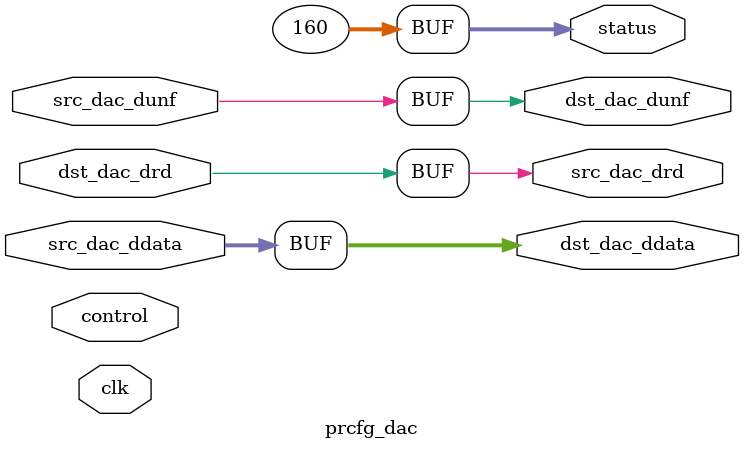
<source format=v>


`timescale 1ns/1ns

module prcfg_dac(

  clk,

  // control ports
  control,
  status,

  // FIFO interface
  src_dac_drd,
  src_dac_ddata,
  src_dac_dunf,

  dst_dac_drd,
  dst_dac_ddata,
  dst_dac_dunf
);

  localparam  RP_ID       = 8'hA0;
  parameter   CHANNEL_ID  = 0;

  input             clk;

  input   [31:0]    control;
  output  [31:0]    status;

  output            src_dac_drd;
  input   [31:0]    src_dac_ddata;
  input             src_dac_dunf;

  input             dst_dac_drd;
  output  [31:0]    dst_dac_ddata;
  output            dst_dac_dunf;

  assign status = {24'h0, RP_ID};

  assign src_dac_drd    = dst_dac_drd;
  assign dst_dac_ddata  = src_dac_ddata;
  assign dst_dac_dunf   = src_dac_dunf;

endmodule

</source>
